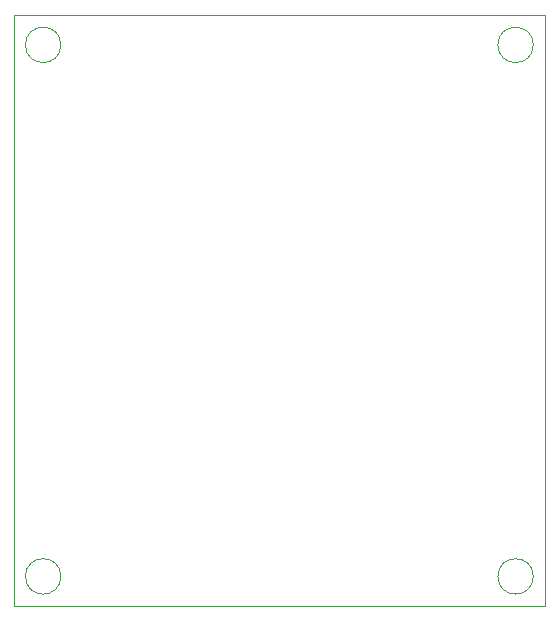
<source format=gbr>
%TF.GenerationSoftware,KiCad,Pcbnew,8.0.2*%
%TF.CreationDate,2025-02-28T20:58:28+01:00*%
%TF.ProjectId,K-Pillar,4b2d5069-6c6c-4617-922e-6b696361645f,rev?*%
%TF.SameCoordinates,Original*%
%TF.FileFunction,Profile,NP*%
%FSLAX46Y46*%
G04 Gerber Fmt 4.6, Leading zero omitted, Abs format (unit mm)*
G04 Created by KiCad (PCBNEW 8.0.2) date 2025-02-28 20:58:28*
%MOMM*%
%LPD*%
G01*
G04 APERTURE LIST*
%TA.AperFunction,Profile*%
%ADD10C,0.050000*%
%TD*%
G04 APERTURE END LIST*
D10*
X25500000Y-20000000D02*
X70500000Y-20000000D01*
X70500000Y-70000000D01*
X25500000Y-70000000D01*
X25500000Y-20000000D01*
X69500000Y-67500000D02*
G75*
G02*
X66500000Y-67500000I-1500000J0D01*
G01*
X66500000Y-67500000D02*
G75*
G02*
X69500000Y-67500000I1500000J0D01*
G01*
X69500000Y-22500000D02*
G75*
G02*
X66500000Y-22500000I-1500000J0D01*
G01*
X66500000Y-22500000D02*
G75*
G02*
X69500000Y-22500000I1500000J0D01*
G01*
X29500000Y-67500000D02*
G75*
G02*
X26500000Y-67500000I-1500000J0D01*
G01*
X26500000Y-67500000D02*
G75*
G02*
X29500000Y-67500000I1500000J0D01*
G01*
X29500000Y-22500000D02*
G75*
G02*
X26500000Y-22500000I-1500000J0D01*
G01*
X26500000Y-22500000D02*
G75*
G02*
X29500000Y-22500000I1500000J0D01*
G01*
M02*

</source>
